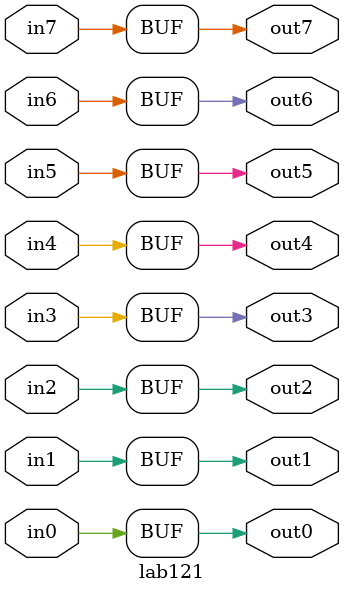
<source format=v>
`timescale 1ns / 1ps


module lab121(
    input  in0,
    input  in1,
    input  in2,
    input  in3,
    input  in4,
    input  in5,
    input  in6,
    input  in7,
    output out0,
    output out1,
    output out2,
    output out3,
    output out4,
    output out5,
    output out6,
    output out7
    );
    assign out0 = in0;
    assign out1 = in1;
    assign out2 = in2;
    assign out3 = in3;
    assign out4 = in4;
    assign out5 = in5;
    assign out6 = in6;
    assign out7 = in7;
    
endmodule

</source>
